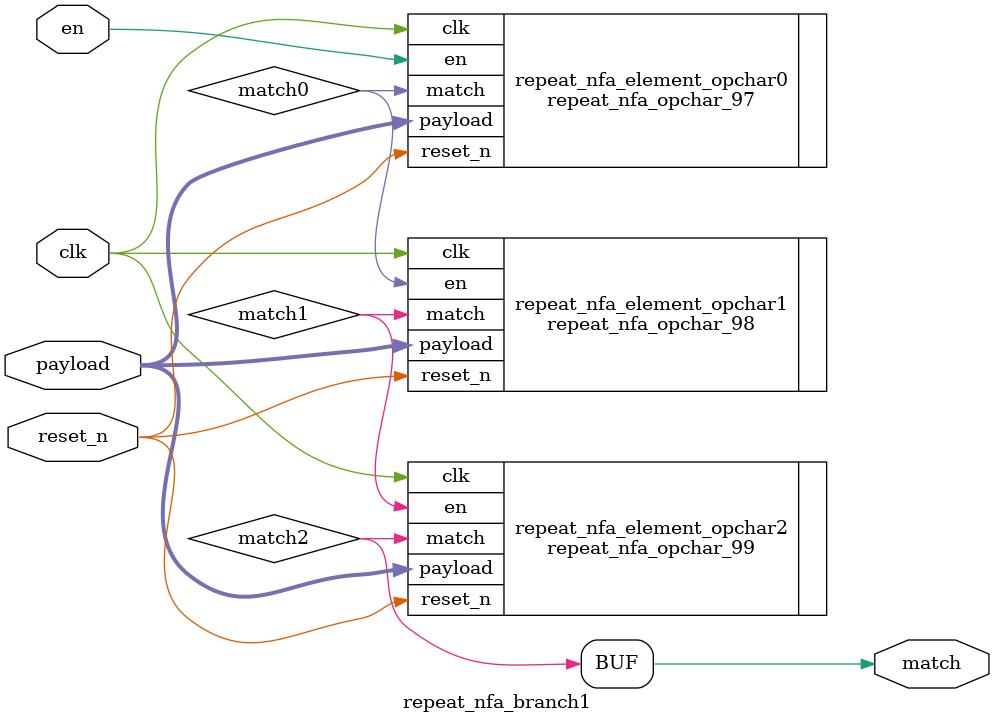
<source format=v>
module repeat_nfa_branch1 (
en,
payload,
match,
clk,
reset_n
);

input en;
input clk;
input reset_n;
input [7:0] payload;
output match;

wire match0;

repeat_nfa_opchar_97 repeat_nfa_element_opchar0(.en (en),
						.payload (payload),
						.clk (clk),
						.reset_n (reset_n),
						.match (match0)
);

wire match1;

repeat_nfa_opchar_98 repeat_nfa_element_opchar1(.en (match0),
						.payload (payload),
						.clk (clk),
						.reset_n (reset_n),
						.match (match1)
);

wire match2;

repeat_nfa_opchar_99 repeat_nfa_element_opchar2(.en (match1),
						.payload (payload),
						.clk (clk),
						.reset_n (reset_n),
						.match (match2)
);
assign match = match2;
endmodule
//--------------------------------------------------------------

</source>
